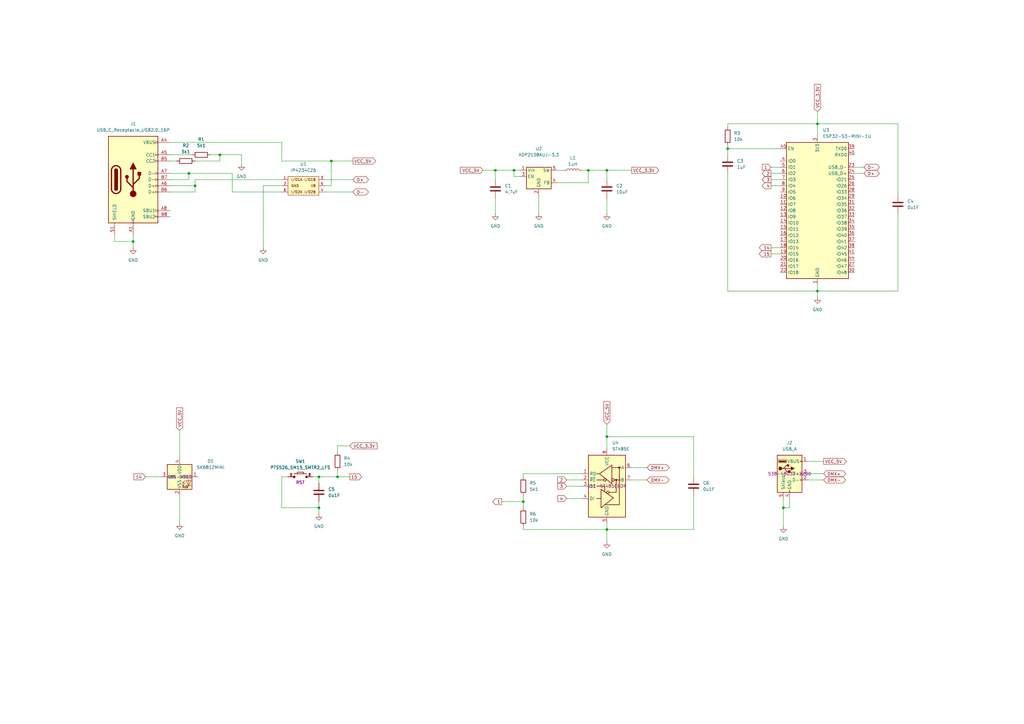
<source format=kicad_sch>
(kicad_sch (version 20250114) (generator "eeschema") (generator_version "9.0")
  (paper "A3")
  (title_block (title "USB-DMX") (rev "1") (company "Author: Samuel Hafen"))
  (lib_symbols
    (symbol "Connector:USB_A" (pin_names (offset 1.016))
      (property "Reference" "J" (at -5.08 11.43 0))
      (property "Value" "USB_A" (at -5.08 8.89 0))
      (symbol "USB_A_0_1"
        (rectangle (start -5.08 -7.62) (end 5.08 7.62) (stroke (width 0.254)) (fill (type background)))
        (circle (center -3.81 2.159) (radius 0.635) (stroke (width 0.254)) (fill (type outline)))
        (polyline (pts (xy -3.175 2.159) (xy -2.54 2.159) (xy -1.27 3.429) (xy -0.635 3.429)) (stroke (width 0.254)))
        (polyline (pts (xy -2.54 2.159) (xy -1.905 2.159) (xy -1.27 0.889) (xy 0 0.889)) (stroke (width 0.254)))
        (rectangle (start -1.524 4.826) (end -4.318 5.334) (fill (type outline)))
        (rectangle (start -1.27 4.572) (end -4.572 5.842))
        (circle (center -0.635 3.429) (radius 0.381) (stroke (width 0.254)) (fill (type outline)))
        (rectangle (start -0.127 -7.62) (end 0.127 -6.858))
        (rectangle (start 0.254 1.27) (end -0.508 0.508) (stroke (width 0.254)) (fill (type outline)))
        (polyline (pts (xy 0.635 2.794) (xy 0.635 1.524) (xy 1.905 2.159) (xy 0.635 2.794)) (stroke (width 0.254)) (fill (type outline)))
        (rectangle (start 5.08 4.953) (end 4.318 5.207))
        (rectangle (start 5.08 -0.127) (end 4.318 0.127))
        (rectangle (start 5.08 -2.667) (end 4.318 -2.413))
      )
      (symbol "USB_A_1_1"
        (polyline (pts (xy -1.905 2.159) (xy 0.635 2.159)) (stroke (width 0.254)))
        (pin passive line (at -2.54 -10.16 90) (length 2.54) (name "Shield") (number "5"))
        (pin power_in line (at 0 -10.16 90) (length 2.54) (name "GND") (number "4"))
        (pin power_in line (at 7.62 5.08 180) (length 2.54) (name "VBUS") (number "1"))
        (pin bidirectional line (at 7.62 0 180) (length 2.54) (name "D+") (number "3"))
        (pin bidirectional line (at 7.62 -2.54 180) (length 2.54) (name "D-") (number "2"))
      )
    )
    (symbol "Connector:USB_C_Receptacle_USB2.0_16P" (pin_names (offset 1.016))
      (property "Reference" "J" (at 0 22.225 0))
      (property "Value" "USB_C_Receptacle_USB2.0_16P" (at 0 19.685 0))
      (symbol "USB_C_Receptacle_USB2.0_16P_0_0"
        (rectangle (start -0.254 -17.78) (end 0.254 -16.764))
        (rectangle (start 10.16 15.494) (end 9.144 14.986))
        (rectangle (start 10.16 10.414) (end 9.144 9.906))
        (rectangle (start 10.16 7.874) (end 9.144 7.366))
        (rectangle (start 10.16 2.794) (end 9.144 2.286))
        (rectangle (start 10.16 0.254) (end 9.144 -0.254))
        (rectangle (start 10.16 -2.286) (end 9.144 -2.794))
        (rectangle (start 10.16 -4.826) (end 9.144 -5.334))
        (rectangle (start 10.16 -12.446) (end 9.144 -12.954))
        (rectangle (start 10.16 -14.986) (end 9.144 -15.494))
      )
      (symbol "USB_C_Receptacle_USB2.0_16P_0_1"
        (rectangle (start -10.16 17.78) (end 10.16 -17.78) (stroke (width 0.254)) (fill (type background)))
        (polyline (pts (xy -8.89 -3.81) (xy -8.89 3.81)) (stroke (width 0.508)))
        (rectangle (start -7.62 -3.81) (end -6.35 3.81) (stroke (width 0.254)) (fill (type outline)))
        (arc (start -7.62 3.81) (mid -6.985 4.4423) (end -6.35 3.81) (stroke (width 0.254)))
        (arc (start -7.62 3.81) (mid -6.985 4.4423) (end -6.35 3.81) (stroke (width 0.254)) (fill (type outline)))
        (arc (start -8.89 3.81) (mid -6.985 5.7067) (end -5.08 3.81) (stroke (width 0.508)))
        (arc (start -5.08 -3.81) (mid -6.985 -5.7067) (end -8.89 -3.81) (stroke (width 0.508)))
        (arc (start -6.35 -3.81) (mid -6.985 -4.4423) (end -7.62 -3.81) (stroke (width 0.254)))
        (arc (start -6.35 -3.81) (mid -6.985 -4.4423) (end -7.62 -3.81) (stroke (width 0.254)) (fill (type outline)))
        (polyline (pts (xy -5.08 3.81) (xy -5.08 -3.81)) (stroke (width 0.508)))
        (circle (center -2.54 1.143) (radius 0.635) (stroke (width 0.254)) (fill (type outline)))
        (polyline (pts (xy -1.27 4.318) (xy 0 6.858) (xy 1.27 4.318) (xy -1.27 4.318)) (stroke (width 0.254)) (fill (type outline)))
        (polyline (pts (xy 0 -2.032) (xy 2.54 0.508) (xy 2.54 1.778)) (stroke (width 0.508)))
        (polyline (pts (xy 0 -3.302) (xy -2.54 -0.762) (xy -2.54 0.508)) (stroke (width 0.508)))
        (polyline (pts (xy 0 -5.842) (xy 0 4.318)) (stroke (width 0.508)))
        (circle (center 0 -5.842) (radius 1.27) (fill (type outline)))
        (rectangle (start 1.905 1.778) (end 3.175 3.048) (stroke (width 0.254)) (fill (type outline)))
      )
      (symbol "USB_C_Receptacle_USB2.0_16P_1_1"
        (pin passive line (at -7.62 -22.86 90) (length 5.08) (name "SHIELD") (number "S1"))
        (pin passive line (at 0 -22.86 90) (length 5.08) (name "GND") (number "A1"))
        (pin passive line (at 0 -22.86 90) (length 5.08) (hide yes) (name "GND") (number "A12"))
        (pin passive line (at 0 -22.86 90) (length 5.08) (hide yes) (name "GND") (number "B1"))
        (pin passive line (at 0 -22.86 90) (length 5.08) (hide yes) (name "GND") (number "B12"))
        (pin passive line (at 15.24 15.24 180) (length 5.08) (name "VBUS") (number "A4"))
        (pin passive line (at 15.24 15.24 180) (length 5.08) (hide yes) (name "VBUS") (number "A9"))
        (pin passive line (at 15.24 15.24 180) (length 5.08) (hide yes) (name "VBUS") (number "B4"))
        (pin passive line (at 15.24 15.24 180) (length 5.08) (hide yes) (name "VBUS") (number "B9"))
        (pin bidirectional line (at 15.24 10.16 180) (length 5.08) (name "CC1") (number "A5"))
        (pin bidirectional line (at 15.24 7.62 180) (length 5.08) (name "CC2") (number "B5"))
        (pin bidirectional line (at 15.24 2.54 180) (length 5.08) (name "D-") (number "A7"))
        (pin bidirectional line (at 15.24 0 180) (length 5.08) (name "D-") (number "B7"))
        (pin bidirectional line (at 15.24 -2.54 180) (length 5.08) (name "D+") (number "A6"))
        (pin bidirectional line (at 15.24 -5.08 180) (length 5.08) (name "D+") (number "B6"))
        (pin bidirectional line (at 15.24 -12.7 180) (length 5.08) (name "SBU1") (number "A8"))
        (pin bidirectional line (at 15.24 -15.24 180) (length 5.08) (name "SBU2") (number "B8"))
      )
    )
    (symbol "Device:C" (pin_numbers (hide yes)) (pin_names (offset 0.254))
      (property "Reference" "C" (at 0.635 2.54 0))
      (property "Value" "C" (at 0.635 -2.54 0))
      (symbol "C_0_1"
        (polyline (pts (xy -2.032 0.762) (xy 2.032 0.762)) (stroke (width 0.508)))
        (polyline (pts (xy -2.032 -0.762) (xy 2.032 -0.762)) (stroke (width 0.508)))
      )
      (symbol "C_1_1"
        (pin passive line (at 0 3.81 270) (length 2.794) (name "~") (number "1"))
        (pin passive line (at 0 -3.81 90) (length 2.794) (name "~") (number "2"))
      )
    )
    (symbol "Device:L" (pin_numbers (hide yes)) (pin_names (offset 1.016) (hide yes))
      (property "Reference" "L" (at -1.27 0 90))
      (property "Value" "L" (at 1.905 0 90))
      (symbol "L_0_1"
        (arc (start 0 2.54) (mid 0.6323 1.905) (end 0 1.27))
        (arc (start 0 1.27) (mid 0.6323 0.635) (end 0 0))
        (arc (start 0 0) (mid 0.6323 -0.635) (end 0 -1.27))
        (arc (start 0 -1.27) (mid 0.6323 -1.905) (end 0 -2.54))
      )
      (symbol "L_1_1"
        (pin passive line (at 0 3.81 270) (length 1.27) (name "1") (number "1"))
        (pin passive line (at 0 -3.81 90) (length 1.27) (name "2") (number "2"))
      )
    )
    (symbol "Device:R" (pin_numbers (hide yes)) (pin_names (offset 0))
      (property "Reference" "R" (at 2.032 0 90))
      (property "Value" "R" (at 0 0 90))
      (symbol "R_0_1"
        (rectangle (start -1.016 -2.54) (end 1.016 2.54) (stroke (width 0.254)))
      )
      (symbol "R_1_1"
        (pin passive line (at 0 3.81 270) (length 1.27) (name "~") (number "1"))
        (pin passive line (at 0 -3.81 90) (length 1.27) (name "~") (number "2"))
      )
    )
    (symbol "IP4234CZ6:IP4234CZ6" (pin_names (offset 1.016))
      (property "Reference" "U" (at 0 5.08 0))
      (property "Value" "IP4234CZ6" (at 0 2.54 0))
      (symbol "IP4234CZ6_0_0"
        (rectangle (start 0 -6.35) (end 12.7 1.27) (stroke (width 0.1524)) (fill (type background)))
        (text "I/O1A" (at 1.27 0 0) (effects (font (size 1.016 1.016)) (justify left)))
        (text "GND" (at 1.27 -2.54 0) (effects (font (size 1.016 1.016)) (justify left)))
        (text "I/O2A" (at 1.27 -5.08 0) (effects (font (size 1.016 1.016)) (justify left)))
        (text "I/O1B" (at 11.43 0 0) (effects (font (size 1.016 1.016)) (justify right)))
        (text "VB" (at 11.43 -2.54 0) (effects (font (size 1.016 1.016)) (justify right)))
        (text "I/O2B" (at 11.43 -5.08 0) (effects (font (size 1.016 1.016)) (justify right)))
        (pin bidirectional line (at -2.54 0 0) (length 2.54) (name "~") (number "1"))
        (pin bidirectional line (at -2.54 -2.54 0) (length 2.54) (name "~") (number "2"))
        (pin bidirectional line (at -2.54 -5.08 0) (length 2.54) (name "~") (number "6"))
        (pin bidirectional line (at 15.24 0 180) (length 2.54) (name "~") (number "3"))
        (pin bidirectional line (at 15.24 -2.54 180) (length 2.54) (name "~") (number "5"))
        (pin bidirectional line (at 15.24 -5.08 180) (length 2.54) (name "~") (number "4"))
      )
    )
    (symbol "Interface_UART:ST485E"
      (property "Reference" "U" (at -6.985 13.97 0))
      (property "Value" "ST485E" (at 2.54 13.97 0))
      (symbol "ST485E_0_1"
        (rectangle (start -7.62 12.7) (end 7.62 -12.7) (stroke (width 0.254)) (fill (type background)))
        (polyline (pts (xy -4.191 2.54) (xy -1.27 2.54)) (stroke (width 0.254)))
        (polyline (pts (xy -4.191 0) (xy -0.889 0) (xy -0.889 -2.286)) (stroke (width 0.254)))
        (polyline (pts (xy -3.175 5.08) (xy -4.191 5.08) (xy -4.064 5.08)) (stroke (width 0.254)))
        (polyline (pts (xy -2.54 -5.08) (xy -4.191 -5.08)) (stroke (width 0.254)))
        (polyline (pts (xy -2.413 -5.08) (xy -2.413 -1.27) (xy 2.667 -4.826) (xy -2.413 -8.89) (xy -2.413 -5.08)) (stroke (width 0.254)))
        (polyline (pts (xy -0.635 -7.62) (xy 5.08 -7.62)) (stroke (width 0.254)))
        (circle (center 0.381 -2.54) (radius 0.508) (stroke (width 0.254)))
        (polyline (pts (xy 0.889 -2.54) (xy 3.81 -2.54)) (stroke (width 0.254)))
        (polyline (pts (xy 2.032 7.62) (xy 5.715 7.62)) (stroke (width 0.254)))
        (polyline (pts (xy 3.048 2.54) (xy 5.715 2.54)) (stroke (width 0.254)))
        (circle (center 3.81 2.54) (radius 0.2794) (stroke (width 0.254)) (fill (type outline)))
        (polyline (pts (xy 3.81 -2.54) (xy 3.81 2.54)) (stroke (width 0.254)))
        (polyline (pts (xy 5.08 -7.62) (xy 5.08 7.62)) (stroke (width 0.254)))
      )
      (symbol "ST485E_1_1"
        (circle (center -0.762 2.54) (radius 0.508) (stroke (width 0.254)))
        (polyline (pts (xy 2.032 4.826) (xy 2.032 8.636) (xy -3.048 5.08) (xy 2.032 1.016) (xy 2.032 4.826)) (stroke (width 0.254)))
        (circle (center 2.54 2.54) (radius 0.508) (stroke (width 0.254)))
        (circle (center 5.08 7.62) (radius 0.2794) (stroke (width 0.254)) (fill (type outline)))
        (pin output line (at -10.16 5.08 0) (length 2.54) (name "RO") (number "1"))
        (pin input line (at -10.16 2.54 0) (length 2.54) (name "~{RE}") (number "2"))
        (pin input line (at -10.16 0 0) (length 2.54) (name "DE") (number "3"))
        (pin input line (at -10.16 -5.08 0) (length 2.54) (name "DI") (number "4"))
        (pin power_in line (at 0 15.24 270) (length 2.54) (name "VCC") (number "8"))
        (pin power_in line (at 0 -15.24 90) (length 2.54) (name "GND") (number "5"))
        (pin bidirectional line (at 10.16 7.62 180) (length 2.54) (name "A") (number "6"))
        (pin bidirectional line (at 10.16 2.54 180) (length 2.54) (name "B") (number "7"))
      )
    )
    (symbol "LED:SK6812MINI" (pin_names (offset 0.254))
      (property "Reference" "D" (at 5.08 5.715 0))
      (property "Value" "SK6812MINI" (at 1.27 -5.715 0))
      (symbol "SK6812MINI_0_0"
        (text "RGB" (at 2.286 -4.191 0) (effects (font (size 0.762 0.762))))
      )
      (symbol "SK6812MINI_0_1"
        (polyline (pts (xy 1.27 -2.54) (xy 1.778 -2.54)))
        (polyline (pts (xy 1.27 -3.556) (xy 1.778 -3.556)))
        (polyline (pts (xy 2.286 -1.524) (xy 1.27 -2.54) (xy 1.27 -2.032)))
        (polyline (pts (xy 2.286 -2.54) (xy 1.27 -3.556) (xy 1.27 -3.048)))
        (polyline (pts (xy 3.683 -1.016) (xy 3.683 -3.556) (xy 3.683 -4.064)))
        (polyline (pts (xy 4.699 -1.524) (xy 2.667 -1.524) (xy 3.683 -3.556) (xy 4.699 -1.524)))
        (polyline (pts (xy 4.699 -3.556) (xy 2.667 -3.556)))
        (rectangle (start 5.08 5.08) (end -5.08 -5.08) (stroke (width 0.254)) (fill (type background)))
      )
      (symbol "SK6812MINI_1_1"
        (pin input line (at -7.62 0 0) (length 2.54) (name "DIN") (number "3"))
        (pin power_in line (at 0 7.62 270) (length 2.54) (name "VDD") (number "4"))
        (pin power_in line (at 0 -7.62 90) (length 2.54) (name "VSS") (number "2"))
        (pin output line (at 7.62 0 180) (length 2.54) (name "DOUT") (number "1"))
      )
    )
    (symbol "PTS526_SM15_SMTR2_LFS:PTS526_SM15_SMTR2_LFS" (pin_names (offset 1.016))
      (property "Reference" "SW" (at -2.54 2.54 0))
      (property "Value" "PTS526_SM15_SMTR2_LFS" (at -2.54 -2.54 0))
      (symbol "PTS526_SM15_SMTR2_LFS_0_0"
        (polyline (pts (xy -2.54 1.27) (xy -1.27 1.27)) (stroke (width 0.254)))
        (circle (center -2.54 0) (radius 0.127) (stroke (width 0.4064)))
        (polyline (pts (xy -1.27 1.905) (xy -1.27 1.27)) (stroke (width 0.254)))
        (polyline (pts (xy -1.27 1.905) (xy 1.27 1.905)) (stroke (width 0.254)))
        (polyline (pts (xy -1.27 1.27) (xy 1.27 1.27)) (stroke (width 0.254)))
        (polyline (pts (xy 1.27 1.905) (xy 1.27 1.27)) (stroke (width 0.254)))
        (polyline (pts (xy 1.27 1.27) (xy 2.54 1.27)) (stroke (width 0.254)))
        (circle (center 2.54 0) (radius 0.127) (stroke (width 0.4064)))
        (pin passive line (at -5.08 0 0) (length 2.54) (name "~") (number "1"))
        (pin passive line (at -5.08 0 0) (length 2.54) (name "~") (number "2"))
        (pin passive line (at 5.08 0 180) (length 2.54) (name "~") (number "3"))
        (pin passive line (at 5.08 0 180) (length 2.54) (name "~") (number "4"))
      )
    )
    (symbol "RF_Module:ESP32-S3-MINI-1U"
      (property "Reference" "U" (at -11.43 29.21 0))
      (property "Value" "ESP32-S3-MINI-1U" (at 12.7 29.21 0))
      (symbol "ESP32-S3-MINI-1U_0_1"
        (rectangle (start -12.7 27.94) (end 12.7 -27.94) (stroke (width 0.254)) (fill (type background)))
      )
      (symbol "ESP32-S3-MINI-1U_1_1"
        (pin input line (at -15.24 25.4 0) (length 2.54) (name "EN") (number "45"))
        (pin bidirectional line (at -15.24 20.32 0) (length 2.54) (name "IO0") (number "4"))
        (pin bidirectional line (at -15.24 17.78 0) (length 2.54) (name "IO1") (number "5"))
        (pin bidirectional line (at -15.24 15.24 0) (length 2.54) (name "IO2") (number "6"))
        (pin bidirectional line (at -15.24 12.7 0) (length 2.54) (name "IO3") (number "7"))
        (pin bidirectional line (at -15.24 10.16 0) (length 2.54) (name "IO4") (number "8"))
        (pin bidirectional line (at -15.24 7.62 0) (length 2.54) (name "IO5") (number "9"))
        (pin bidirectional line (at -15.24 5.08 0) (length 2.54) (name "IO6") (number "10"))
        (pin bidirectional line (at -15.24 2.54 0) (length 2.54) (name "IO7") (number "11"))
        (pin bidirectional line (at -15.24 0 0) (length 2.54) (name "IO8") (number "12"))
        (pin bidirectional line (at -15.24 -2.54 0) (length 2.54) (name "IO9") (number "13"))
        (pin bidirectional line (at -15.24 -5.08 0) (length 2.54) (name "IO10") (number "14"))
        (pin bidirectional line (at -15.24 -7.62 0) (length 2.54) (name "IO11") (number "15"))
        (pin bidirectional line (at -15.24 -10.16 0) (length 2.54) (name "IO12") (number "16"))
        (pin bidirectional line (at -15.24 -12.7 0) (length 2.54) (name "IO13") (number "17"))
        (pin bidirectional line (at -15.24 -15.24 0) (length 2.54) (name "IO14") (number "18"))
        (pin bidirectional line (at -15.24 -17.78 0) (length 2.54) (name "IO15") (number "19"))
        (pin bidirectional line (at -15.24 -20.32 0) (length 2.54) (name "IO16") (number "20"))
        (pin bidirectional line (at -15.24 -22.86 0) (length 2.54) (name "IO17") (number "21"))
        (pin bidirectional line (at -15.24 -25.4 0) (length 2.54) (name "IO18") (number "22"))
        (pin power_in line (at 0 30.48 270) (length 2.54) (name "3V3") (number "3"))
        (pin power_in line (at 0 -30.48 90) (length 2.54) (name "GND") (number "1"))
        (pin passive line (at 0 -30.48 90) (length 2.54) (hide yes) (name "GND") (number "2"))
        (pin passive line (at 0 -30.48 90) (length 2.54) (hide yes) (name "GND") (number "42"))
        (pin passive line (at 0 -30.48 90) (length 2.54) (hide yes) (name "GND") (number "43"))
        (pin passive line (at 0 -30.48 90) (length 2.54) (hide yes) (name "GND") (number "46"))
        (pin passive line (at 0 -30.48 90) (length 2.54) (hide yes) (name "GND") (number "47"))
        (pin passive line (at 0 -30.48 90) (length 2.54) (hide yes) (name "GND") (number "48"))
        (pin passive line (at 0 -30.48 90) (length 2.54) (hide yes) (name "GND") (number "49"))
        (pin passive line (at 0 -30.48 90) (length 2.54) (hide yes) (name "GND") (number "50"))
        (pin passive line (at 0 -30.48 90) (length 2.54) (hide yes) (name "GND") (number "51"))
        (pin passive line (at 0 -30.48 90) (length 2.54) (hide yes) (name "GND") (number "52"))
        (pin passive line (at 0 -30.48 90) (length 2.54) (hide yes) (name "GND") (number "53"))
        (pin passive line (at 0 -30.48 90) (length 2.54) (hide yes) (name "GND") (number "54"))
        (pin passive line (at 0 -30.48 90) (length 2.54) (hide yes) (name "GND") (number "55"))
        (pin passive line (at 0 -30.48 90) (length 2.54) (hide yes) (name "GND") (number "56"))
        (pin passive line (at 0 -30.48 90) (length 2.54) (hide yes) (name "GND") (number "57"))
        (pin passive line (at 0 -30.48 90) (length 2.54) (hide yes) (name "GND") (number "58"))
        (pin passive line (at 0 -30.48 90) (length 2.54) (hide yes) (name "GND") (number "59"))
        (pin passive line (at 0 -30.48 90) (length 2.54) (hide yes) (name "GND") (number "60"))
        (pin passive line (at 0 -30.48 90) (length 2.54) (hide yes) (name "GND") (number "61"))
        (pin passive line (at 0 -30.48 90) (length 2.54) (hide yes) (name "GND") (number "62"))
        (pin passive line (at 0 -30.48 90) (length 2.54) (hide yes) (name "GND") (number "63"))
        (pin passive line (at 0 -30.48 90) (length 2.54) (hide yes) (name "GND") (number "64"))
        (pin passive line (at 0 -30.48 90) (length 2.54) (hide yes) (name "GND") (number "65"))
        (pin bidirectional line (at 15.24 25.4 180) (length 2.54) (name "TXD0") (number "39"))
        (pin bidirectional line (at 15.24 22.86 180) (length 2.54) (name "RXD0") (number "40"))
        (pin bidirectional line (at 15.24 17.78 180) (length 2.54) (name "USB_D-") (number "23"))
        (pin bidirectional line (at 15.24 15.24 180) (length 2.54) (name "USB_D+") (number "24"))
        (pin bidirectional line (at 15.24 12.7 180) (length 2.54) (name "IO21") (number "25"))
        (pin bidirectional line (at 15.24 10.16 180) (length 2.54) (name "IO26") (number "26"))
        (pin bidirectional line (at 15.24 7.62 180) (length 2.54) (name "IO33") (number "28"))
        (pin bidirectional line (at 15.24 5.08 180) (length 2.54) (name "IO34") (number "29"))
        (pin bidirectional line (at 15.24 2.54 180) (length 2.54) (name "IO35") (number "31"))
        (pin bidirectional line (at 15.24 0 180) (length 2.54) (name "IO36") (number "32"))
        (pin bidirectional line (at 15.24 -2.54 180) (length 2.54) (name "IO37") (number "33"))
        (pin bidirectional line (at 15.24 -5.08 180) (length 2.54) (name "IO38") (number "34"))
        (pin bidirectional line (at 15.24 -7.62 180) (length 2.54) (name "IO39") (number "35"))
        (pin bidirectional line (at 15.24 -10.16 180) (length 2.54) (name "IO40") (number "36"))
        (pin bidirectional line (at 15.24 -12.7 180) (length 2.54) (name "IO41") (number "37"))
        (pin bidirectional line (at 15.24 -15.24 180) (length 2.54) (name "IO42") (number "38"))
        (pin bidirectional line (at 15.24 -17.78 180) (length 2.54) (name "IO45") (number "41"))
        (pin bidirectional line (at 15.24 -20.32 180) (length 2.54) (name "IO46") (number "44"))
        (pin bidirectional line (at 15.24 -22.86 180) (length 2.54) (name "IO47") (number "27"))
        (pin bidirectional line (at 15.24 -25.4 180) (length 2.54) (name "IO48") (number "30"))
      )
    )
    (symbol "Regulator_Switching:ADP2108AUJ-3.3"
      (property "Reference" "U" (at -5.08 5.08 0))
      (property "Value" "ADP2108AUJ-3.3" (at 0 5.08 0))
      (symbol "ADP2108AUJ-3.3_0_1"
        (rectangle (start -5.08 3.81) (end 5.08 -5.08) (stroke (width 0.254)) (fill (type background)))
      )
      (symbol "ADP2108AUJ-3.3_1_1"
        (pin power_in line (at -7.62 2.54 0) (length 2.54) (name "Vin") (number "1"))
        (pin input line (at -7.62 0 0) (length 2.54) (name "EN") (number "3"))
        (pin power_in line (at 0 -7.62 90) (length 2.54) (name "GND") (number "2"))
        (pin input line (at 7.62 2.54 180) (length 2.54) (name "SW") (number "5"))
        (pin input line (at 7.62 -2.54 180) (length 2.54) (name "FB") (number "4"))
      )
    )
    (symbol "power:GND" (power) (pin_numbers (hide yes)) (pin_names (offset 0) (hide yes))
      (property "Value" "GND" (at 0 -3.81 0))
      (symbol "GND_0_1"
        (polyline (pts (xy 0 0) (xy 0 -1.27) (xy 1.27 -1.27) (xy 0 -2.54) (xy -1.27 -1.27) (xy 0 -1.27)))
      )
      (symbol "GND_1_1"
        (pin power_in line (at 0 0 270) (length 0) (name "~") (number "1"))
      )
    )
  )
  (junction (at 203.2 69.85))
  (junction (at 335.28 50.8))
  (junction (at 90.17 63.5))
  (junction (at 214.63 205.74))
  (junction (at 321.31 208.28))
  (junction (at 298.45 60.96))
  (junction (at 135.89 66.04))
  (junction (at 77.47 71.12))
  (junction (at 210.82 69.85))
  (junction (at 248.92 69.85))
  (junction (at 248.92 179.07))
  (junction (at 130.81 195.58))
  (junction (at 248.92 217.17))
  (junction (at 130.81 208.28))
  (junction (at 335.28 119.38))
  (junction (at 138.43 195.58))
  (junction (at 54.61 99.06))
  (junction (at 241.3 69.85))
  (junction (at 80.01 76.2))
  (wire (pts (xy 133.35 76.2) (xy 135.89 76.2)))
  (wire (pts (xy 69.85 66.04) (xy 72.39 66.04)))
  (wire (pts (xy 95.25 71.12) (xy 95.25 78.74)))
  (wire (pts (xy 331.47 189.23) (xy 337.82 189.23)))
  (wire (pts (xy 214.63 195.58) (xy 214.63 194.31)))
  (wire (pts (xy 80.01 78.74) (xy 69.85 78.74)))
  (wire (pts (xy 316.23 71.12) (xy 320.04 71.12)))
  (wire (pts (xy 135.89 76.2) (xy 135.89 66.04)))
  (wire (pts (xy 323.85 204.47) (xy 323.85 208.28)))
  (wire (pts (xy 248.92 69.85) (xy 259.08 69.85)))
  (wire (pts (xy 115.57 66.04) (xy 115.57 58.42)))
  (wire (pts (xy 248.92 81.28) (xy 248.92 87.63)))
  (wire (pts (xy 135.89 66.04) (xy 144.78 66.04)))
  (wire (pts (xy 298.45 50.8) (xy 298.45 52.07)))
  (wire (pts (xy 284.48 217.17) (xy 248.92 217.17)))
  (wire (pts (xy 69.85 63.5) (xy 78.74 63.5)))
  (wire (pts (xy 331.47 196.85) (xy 337.82 196.85)))
  (wire (pts (xy 210.82 69.85) (xy 210.82 72.39)))
  (wire (pts (xy 143.51 182.88) (xy 138.43 182.88)))
  (wire (pts (xy 238.76 69.85) (xy 241.3 69.85)))
  (wire (pts (xy 80.01 73.66) (xy 115.57 73.66)))
  (wire (pts (xy 368.3 119.38) (xy 335.28 119.38)))
  (wire (pts (xy 130.81 208.28) (xy 130.81 210.82)))
  (wire (pts (xy 220.98 80.01) (xy 220.98 87.63)))
  (wire (pts (xy 138.43 193.04) (xy 138.43 195.58)))
  (wire (pts (xy 213.36 72.39) (xy 210.82 72.39)))
  (wire (pts (xy 248.92 217.17) (xy 248.92 222.25)))
  (wire (pts (xy 321.31 208.28) (xy 321.31 215.9)))
  (wire (pts (xy 210.82 69.85) (xy 213.36 69.85)))
  (wire (pts (xy 99.06 67.31) (xy 99.06 63.5)))
  (wire (pts (xy 115.57 76.2) (xy 107.95 76.2)))
  (wire (pts (xy 69.85 76.2) (xy 80.01 76.2)))
  (wire (pts (xy 368.3 87.63) (xy 368.3 119.38)))
  (wire (pts (xy 214.63 217.17) (xy 248.92 217.17)))
  (wire (pts (xy 232.41 204.47) (xy 238.76 204.47)))
  (wire (pts (xy 118.11 195.58) (xy 115.57 195.58)))
  (wire (pts (xy 214.63 203.2) (xy 214.63 205.74)))
  (wire (pts (xy 350.52 71.12) (xy 354.33 71.12)))
  (wire (pts (xy 335.28 119.38) (xy 335.28 121.92)))
  (wire (pts (xy 335.28 50.8) (xy 335.28 55.88)))
  (wire (pts (xy 130.81 198.12) (xy 130.81 195.58)))
  (wire (pts (xy 115.57 195.58) (xy 115.57 208.28)))
  (wire (pts (xy 298.45 60.96) (xy 298.45 59.69)))
  (wire (pts (xy 95.25 78.74) (xy 115.57 78.74)))
  (wire (pts (xy 320.04 60.96) (xy 298.45 60.96)))
  (wire (pts (xy 80.01 66.04) (xy 90.17 66.04)))
  (wire (pts (xy 107.95 76.2) (xy 107.95 101.6)))
  (wire (pts (xy 73.66 176.53) (xy 73.66 187.96)))
  (wire (pts (xy 90.17 66.04) (xy 90.17 63.5)))
  (wire (pts (xy 298.45 60.96) (xy 298.45 63.5)))
  (wire (pts (xy 86.36 63.5) (xy 90.17 63.5)))
  (wire (pts (xy 323.85 208.28) (xy 321.31 208.28)))
  (wire (pts (xy 248.92 214.63) (xy 248.92 217.17)))
  (wire (pts (xy 203.2 69.85) (xy 210.82 69.85)))
  (wire (pts (xy 133.35 78.74) (xy 144.78 78.74)))
  (wire (pts (xy 198.12 69.85) (xy 203.2 69.85)))
  (wire (pts (xy 77.47 71.12) (xy 69.85 71.12)))
  (wire (pts (xy 241.3 69.85) (xy 248.92 69.85)))
  (wire (pts (xy 59.69 195.58) (xy 66.04 195.58)))
  (wire (pts (xy 54.61 96.52) (xy 54.61 99.06)))
  (wire (pts (xy 214.63 215.9) (xy 214.63 217.17)))
  (wire (pts (xy 284.48 179.07) (xy 248.92 179.07)))
  (wire (pts (xy 368.3 80.01) (xy 368.3 50.8)))
  (wire (pts (xy 248.92 179.07) (xy 248.92 184.15)))
  (wire (pts (xy 259.08 191.77) (xy 265.43 191.77)))
  (wire (pts (xy 203.2 81.28) (xy 203.2 87.63)))
  (wire (pts (xy 316.23 68.58) (xy 320.04 68.58)))
  (wire (pts (xy 316.23 104.14) (xy 320.04 104.14)))
  (wire (pts (xy 135.89 66.04) (xy 115.57 66.04)))
  (wire (pts (xy 205.74 205.74) (xy 214.63 205.74)))
  (wire (pts (xy 77.47 71.12) (xy 77.47 73.66)))
  (wire (pts (xy 350.52 68.58) (xy 354.33 68.58)))
  (wire (pts (xy 228.6 74.93) (xy 241.3 74.93)))
  (wire (pts (xy 335.28 116.84) (xy 335.28 119.38)))
  (wire (pts (xy 214.63 194.31) (xy 238.76 194.31)))
  (wire (pts (xy 248.92 173.99) (xy 248.92 179.07)))
  (wire (pts (xy 321.31 204.47) (xy 321.31 208.28)))
  (wire (pts (xy 284.48 203.2) (xy 284.48 217.17)))
  (wire (pts (xy 228.6 69.85) (xy 231.14 69.85)))
  (wire (pts (xy 138.43 195.58) (xy 143.51 195.58)))
  (wire (pts (xy 46.99 99.06) (xy 54.61 99.06)))
  (wire (pts (xy 80.01 73.66) (xy 80.01 76.2)))
  (wire (pts (xy 99.06 63.5) (xy 90.17 63.5)))
  (wire (pts (xy 232.41 199.39) (xy 238.76 199.39)))
  (wire (pts (xy 241.3 69.85) (xy 241.3 74.93)))
  (wire (pts (xy 214.63 205.74) (xy 214.63 208.28)))
  (wire (pts (xy 203.2 69.85) (xy 203.2 73.66)))
  (wire (pts (xy 46.99 96.52) (xy 46.99 99.06)))
  (wire (pts (xy 133.35 73.66) (xy 144.78 73.66)))
  (wire (pts (xy 316.23 76.2) (xy 320.04 76.2)))
  (wire (pts (xy 316.23 101.6) (xy 320.04 101.6)))
  (wire (pts (xy 298.45 119.38) (xy 335.28 119.38)))
  (wire (pts (xy 259.08 196.85) (xy 265.43 196.85)))
  (wire (pts (xy 316.23 73.66) (xy 320.04 73.66)))
  (wire (pts (xy 298.45 50.8) (xy 335.28 50.8)))
  (wire (pts (xy 115.57 208.28) (xy 130.81 208.28)))
  (wire (pts (xy 80.01 76.2) (xy 80.01 78.74)))
  (wire (pts (xy 335.28 45.72) (xy 335.28 50.8)))
  (wire (pts (xy 130.81 195.58) (xy 138.43 195.58)))
  (wire (pts (xy 130.81 205.74) (xy 130.81 208.28)))
  (wire (pts (xy 73.66 203.2) (xy 73.66 214.63)))
  (wire (pts (xy 77.47 71.12) (xy 95.25 71.12)))
  (wire (pts (xy 54.61 99.06) (xy 54.61 101.6)))
  (wire (pts (xy 248.92 69.85) (xy 248.92 73.66)))
  (wire (pts (xy 138.43 182.88) (xy 138.43 185.42)))
  (wire (pts (xy 130.81 195.58) (xy 128.27 195.58)))
  (wire (pts (xy 298.45 71.12) (xy 298.45 119.38)))
  (wire (pts (xy 368.3 50.8) (xy 335.28 50.8)))
  (wire (pts (xy 69.85 73.66) (xy 77.47 73.66)))
  (wire (pts (xy 331.47 194.31) (xy 337.82 194.31)))
  (wire (pts (xy 284.48 195.58) (xy 284.48 179.07)))
  (wire (pts (xy 232.41 196.85) (xy 238.76 196.85)))
  (wire (pts (xy 115.57 58.42) (xy 69.85 58.42)))
  (global_label "VCC_5V" (shape input) (at 198.12 69.85 180) (property "Intersheetrefs" "${INTERSHEET_REFS}" (effects (hide yes))))
  (global_label "VCC_3.3V" (shape input) (at 143.51 182.88 0) (property "Intersheetrefs" "${INTERSHEET_REFS}" (effects (hide yes))))
  (global_label "4" (shape output) (at 316.23 76.2 180) (property "Intersheetrefs" "${INTERSHEET_REFS}" (effects (hide yes))))
  (global_label "VCC_5V" (shape output) (at 144.78 66.04 0) (property "Intersheetrefs" "${INTERSHEET_REFS}" (effects (hide yes))))
  (global_label "4" (shape input) (at 232.41 204.47 180) (property "Intersheetrefs" "${INTERSHEET_REFS}" (effects (hide yes))))
  (global_label "VCC_5V" (shape input) (at 248.92 173.99 90) (property "Intersheetrefs" "${INTERSHEET_REFS}" (effects (hide yes))))
  (global_label "1" (shape output) (at 205.74 205.74 180) (property "Intersheetrefs" "${INTERSHEET_REFS}" (effects (hide yes))))
  (global_label "VCC_5V" (shape input) (at 73.66 176.53 90) (property "Intersheetrefs" "${INTERSHEET_REFS}" (effects (hide yes))))
  (global_label "2" (shape output) (at 316.23 71.12 180) (property "Intersheetrefs" "${INTERSHEET_REFS}" (effects (hide yes))))
  (global_label "15" (shape output) (at 143.51 195.58 0) (property "Intersheetrefs" "${INTERSHEET_REFS}" (effects (hide yes))))
  (global_label "14" (shape output) (at 316.23 101.6 180) (property "Intersheetrefs" "${INTERSHEET_REFS}" (effects (hide yes))))
  (global_label "D-" (shape bidirectional) (at 144.78 78.74 0) (property "Intersheetrefs" "${INTERSHEET_REFS}" (effects (hide yes))))
  (global_label "DMX-" (shape bidirectional) (at 265.43 196.85 0) (property "Intersheetrefs" "${INTERSHEET_REFS}" (effects (hide yes))))
  (global_label "DMX+" (shape bidirectional) (at 337.82 194.31 0) (property "Intersheetrefs" "${INTERSHEET_REFS}" (effects (hide yes))))
  (global_label "VCC_5V" (shape output) (at 337.82 189.23 0) (property "Intersheetrefs" "${INTERSHEET_REFS}" (effects (hide yes))))
  (global_label "D+" (shape bidirectional) (at 354.33 71.12 0) (property "Intersheetrefs" "${INTERSHEET_REFS}" (effects (hide yes))))
  (global_label "2" (shape input) (at 232.41 196.85 180) (property "Intersheetrefs" "${INTERSHEET_REFS}" (effects (hide yes))))
  (global_label "DMX+" (shape bidirectional) (at 265.43 191.77 0) (property "Intersheetrefs" "${INTERSHEET_REFS}" (effects (hide yes))))
  (global_label "15" (shape output) (at 316.23 104.14 180) (property "Intersheetrefs" "${INTERSHEET_REFS}" (effects (hide yes))))
  (global_label "DMX-" (shape bidirectional) (at 337.82 196.85 0) (property "Intersheetrefs" "${INTERSHEET_REFS}" (effects (hide yes))))
  (global_label "3" (shape input) (at 232.41 199.39 180) (property "Intersheetrefs" "${INTERSHEET_REFS}" (effects (hide yes))))
  (global_label "D+" (shape bidirectional) (at 144.78 73.66 0) (property "Intersheetrefs" "${INTERSHEET_REFS}" (effects (hide yes))))
  (global_label "14" (shape input) (at 59.69 195.58 180) (property "Intersheetrefs" "${INTERSHEET_REFS}" (effects (hide yes))))
  (global_label "VCC_3.3V" (shape input) (at 335.28 45.72 90) (property "Intersheetrefs" "${INTERSHEET_REFS}" (effects (hide yes))))
  (global_label "1" (shape input) (at 316.23 68.58 180) (property "Intersheetrefs" "${INTERSHEET_REFS}" (effects (hide yes))))
  (global_label "VCC_3.3V" (shape output) (at 259.08 69.85 0) (property "Intersheetrefs" "${INTERSHEET_REFS}" (effects (hide yes))))
  (global_label "3" (shape output) (at 316.23 73.66 180) (property "Intersheetrefs" "${INTERSHEET_REFS}" (effects (hide yes))))
  (global_label "D-" (shape bidirectional) (at 354.33 68.58 0) (property "Intersheetrefs" "${INTERSHEET_REFS}" (effects (hide yes))))
  (symbol (lib_id "Device:R") (at 298.45 55.88 0) (unit 1)
    (property "Reference" "R3" (at 300.99 54.6099 0) (effects (justify left)))
    (property "Value" "10k" (at 300.99 57.1499 0) (effects (justify left)))
    (property "Footprint" "Resistor_SMD:R_0603_1608Metric_Pad0.98x0.95mm_HandSolder" (effects (hide yes)))
    (property "Description" "Resistor" (effects (hide yes)))
    (property "MOUSER_PART_NUMBER" "71-CRCW0603-10K-E3" (effects (hide yes)))
  )
  (symbol (lib_id "Interface_UART:ST485E") (at 248.92 199.39 0) (unit 1)
    (property "Reference" "U4" (at 251.0633 181.61 0) (effects (justify left)))
    (property "Value" "ST485E" (at 251.0633 184.15 0) (effects (justify left)))
    (property "Footprint" "Package_SO:SOIC-8_3.9x4.9mm_P1.27mm" (effects (hide yes)))
    (property "Datasheet" "http://www.st.com/resource/en/datasheet/st485eb.pdf" (effects (hide yes)))
    (property "Description" "Half duplex RS-485/RS-422, 5 Mbps, ±15kV ESD, 5V supply, 256 bus load, SOIC-8" (effects (hide yes)))
    (property "MOUSER_PART_NUMBER" "511-ST485EBDR" (at 248.92 199.39 0))
  )
  (symbol (lib_id "IP4234CZ6:IP4234CZ6") (at 118.11 73.66 0) (unit 1)
    (property "Reference" "U1" (at 124.46 67.31 0))
    (property "Value" "IP4234CZ6" (at 124.46 69.85 0))
    (property "Footprint" "footprints:IP4234CZ6_SOT-457-6" (effects (hide yes)))
    (property "MF" "NXP Semiconductors" (effects (hide yes)))
    (property "Description_1" "ESD Suppressors / TVS Diodes Single USB 2.0 ESD Protection 6-Pin" (effects (hide yes)))
    (property "Package" "SOT-457 Nexperia USA" (effects (hide yes)))
    (property "Price" "None" (effects (hide yes)))
    (property "SnapEDA_Link" "https://www.snapeda.com/parts/IP4234CZ6/NXP+Semiconductors/view-part/?ref=snap" (effects (hide yes)))
    (property "MP" "IP4234CZ6" (effects (hide yes)))
    (property "Availability" "In Stock" (effects (hide yes)))
    (property "Check_prices" "https://www.snapeda.com/parts/IP4234CZ6/NXP+Semiconductors/view-part/?ref=eda" (effects (hide yes)))
    (property "MOUSER_PART_NUMBER" "771-IP4234CZ6" (effects (hide yes)))
  )
  (symbol (lib_id "Device:R") (at 82.55 63.5 90) (unit 1)
    (property "Reference" "R1" (at 82.55 57.15 90))
    (property "Value" "5k1" (at 82.55 59.69 90))
    (property "Footprint" "Resistor_SMD:R_0603_1608Metric_Pad0.98x0.95mm_HandSolder" (effects (hide yes)))
    (property "Description" "Resistor" (effects (hide yes)))
    (property "MOUSER_PART_NUMBER" "71-CRCW0603-5.1K-E3" (effects (hide yes)))
  )
  (symbol (lib_id "power:GND") (at 220.98 87.63 0) (unit 1)
    (property "Reference" "#PWR04" (effects (hide yes)))
    (property "Value" "GND" (at 220.98 92.71 0))
    (property "Description" "Power symbol creates a global label with name \"GND\" , ground" (effects (hide yes)))
  )
  (symbol (lib_id "power:GND") (at 248.92 87.63 0) (unit 1)
    (property "Reference" "#PWR05" (effects (hide yes)))
    (property "Value" "GND" (at 248.92 92.71 0))
    (property "Description" "Power symbol creates a global label with name \"GND\" , ground" (effects (hide yes)))
  )
  (symbol (lib_id "power:GND") (at 73.66 214.63 0) (unit 1)
    (property "Reference" "#PWR012" (effects (hide yes)))
    (property "Value" "GND" (at 73.66 219.71 0))
    (property "Description" "Power symbol creates a global label with name \"GND\" , ground" (effects (hide yes)))
  )
  (symbol (lib_id "Device:C") (at 298.45 67.31 0) (unit 1)
    (property "Reference" "C3" (at 302.26 66.0399 0) (effects (justify left)))
    (property "Value" "1uF" (at 302.26 68.5799 0) (effects (justify left)))
    (property "Footprint" "Capacitor_SMD:C_0603_1608Metric_Pad1.08x0.95mm_HandSolder" (effects (hide yes)))
    (property "Description" "Unpolarized capacitor" (effects (hide yes)))
    (property "MOUSER_PART_NUMBER" "187-CL10B105KA8NNND" (effects (hide yes)))
  )
  (symbol (lib_id "Device:L") (at 234.95 69.85 90) (unit 1)
    (property "Reference" "L1" (at 234.95 64.77 90))
    (property "Value" "1uH" (at 234.95 67.31 90))
    (property "Footprint" "Inductor_SMD:L_0805_2012Metric" (effects (hide yes)))
    (property "Description" "Inductor" (effects (hide yes)))
    (property "MOUSER_PART_NUMBER" "81-LQM21PN1R0MC0D" (effects (hide yes)))
  )
  (symbol (lib_id "RF_Module:ESP32-S3-MINI-1U") (at 335.28 86.36 0) (unit 1)
    (property "Reference" "U3" (at 337.4233 53.34 0) (effects (justify left)))
    (property "Value" "ESP32-S3-MINI-1U" (at 337.4233 55.88 0) (effects (justify left)))
    (property "Footprint" "RF_Module:ESP32-S2-MINI-1U" (effects (hide yes)))
    (property "Datasheet" "https://www.espressif.com/sites/default/files/documentation/esp32-s3-mini-1_mini-1u_datasheet_en.pdf" (effects (hide yes)))
    (property "Description" "RF Module, ESP32-S3 SoC, Wi-Fi 802.11b/g/n, Bluetooth, BLE, 32-bit, 3.3V, SMD, external antenna" (effects (hide yes)))
    (property "MOUSER_PART_NUMBER" "356-ESP32S3MINI1UN8" (effects (hide yes)))
  )
  (symbol (lib_id "power:GND") (at 321.31 215.9 0) (unit 1)
    (property "Reference" "#PWR011" (effects (hide yes)))
    (property "Value" "GND" (at 321.31 220.98 0))
    (property "Description" "Power symbol creates a global label with name \"GND\" , ground" (effects (hide yes)))
  )
  (symbol (lib_id "PTS526_SM15_SMTR2_LFS:PTS526_SM15_SMTR2_LFS") (at 123.19 195.58 0) (unit 1)
    (property "Reference" "SW1" (at 123.19 189.23 0))
    (property "Value" "PTS526_SM15_SMTR2_LFS" (at 123.19 191.77 0))
    (property "Footprint" "footprints:PTS526SM15SMTR2LFS" (effects (hide yes)))
    (property "Description" "RST" (at 123.19 197.866 0))
    (property "MANUFACTURER_NAME" "C & K COMPONENTS" (effects (hide yes)))
    (property "MF" "C&K" (effects (hide yes)))
    (property "MOUSER_PRICE-STOCK" "https://www.mouser.co.uk/ProductDetail/CK/PTS526-SM15-SMTR2-LFS?qs=UXgszm6BlbENivbslIA%252B5g%3D%3D" (effects (hide yes)))
    (property "DESCRIPTION" "Tactile Switches 50mA 12VDC, 5.2x5.2mm, 1.5mm H, 160gf, G leads, No ground pin, metal actuator" (effects (hide yes)))
    (property "MOUSER_PART_NUMBER" "611-PTS526SM15SMTR2L" (effects (hide yes)))
    (property "Price" "None" (effects (hide yes)))
    (property "Package" "None" (effects (hide yes)))
    (property "Check_prices" "https://www.snapeda.com/parts/PTS526%20SM15%20SMTR2%20LFS/C%2526K/view-part/?ref=eda" (effects (hide yes)))
    (property "HEIGHT" "1.5mm" (effects (hide yes)))
    (property "MP" "PTS526 SM15 SMTR2 LFS" (effects (hide yes)))
    (property "SnapEDA_Link" "https://www.snapeda.com/parts/PTS526%20SM15%20SMTR2%20LFS/C%2526K/view-part/?ref=snap" (effects (hide yes)))
    (property "ARROW_PRICE-STOCK" "https://www.arrow.com/en/products/pts526-sm15-smtr2-lfs/ck" (effects (hide yes)))
    (property "ARROW_PART_NUMBER" "PTS526 SM15 SMTR2 LFS" (effects (hide yes)))
    (property "Description_1" "Tactile Switch SPST-NO Top Actuated Surface Mount" (effects (hide yes)))
    (property "Availability" "In Stock" (effects (hide yes)))
    (property "MANUFACTURER_PART_NUMBER" "PTS526 SM15 SMTR2 LFS" (effects (hide yes)))
  )
  (symbol (lib_id "Connector:USB_C_Receptacle_USB2.0_16P") (at 54.61 73.66 0) (unit 1)
    (property "Reference" "J1" (at 54.61 50.8 0))
    (property "Value" "USB_C_Receptacle_USB2.0_16P" (at 54.61 53.34 0))
    (property "Footprint" "Connector_USB:USB_C_Receptacle_GCT_USB4110" (effects (hide yes)))
    (property "Datasheet" "https://www.usb.org/sites/default/files/documents/usb_type-c.zip" (effects (hide yes)))
    (property "Description" "USB 2.0-only 16P Type-C Receptacle connector" (effects (hide yes)))
    (property "MOUSER_PART_NUMBER" "640-USB4110-GF-A" (effects (hide yes)))
  )
  (symbol (lib_id "Device:C") (at 284.48 199.39 0) (unit 1)
    (property "Reference" "C6" (at 288.29 198.1199 0) (effects (justify left)))
    (property "Value" "0u1F" (at 288.29 200.6599 0) (effects (justify left)))
    (property "Footprint" "Capacitor_SMD:C_0603_1608Metric_Pad1.08x0.95mm_HandSolder" (effects (hide yes)))
    (property "Description" "Unpolarized capacitor" (effects (hide yes)))
    (property "MOUSER_PART_NUMBER" "187-CL10B104KA8NNNC" (effects (hide yes)))
  )
  (symbol (lib_id "Regulator_Switching:ADP2108AUJ-3.3") (at 220.98 72.39 0) (unit 1)
    (property "Reference" "U2" (at 220.98 60.96 0))
    (property "Value" "ADP2108AUJ-3.3" (at 220.98 63.5 0))
    (property "Footprint" "Package_TO_SOT_SMD:TSOT-23-5" (effects (hide yes)))
    (property "Datasheet" "https://www.analog.com/media/en/technical-documentation/data-sheets/ADP2108.pdf" (effects (hide yes)))
    (property "Description" "3MHz switching bucK regulator, 600mA 3.3V output voltage," (effects (hide yes)))
    (property "MOUSER_PART_NUMBER" "584-ADP2108AUJZ3.3R7" (effects (hide yes)))
  )
  (symbol (lib_id "LED:SK6812MINI") (at 73.66 195.58 0) (unit 1)
    (property "Reference" "D1" (at 86.36 189.1598 0))
    (property "Value" "SK6812MINI" (at 86.36 191.6998 0))
    (property "Footprint" "LED_SMD:LED_SK6812MINI_PLCC4_3.5x3.5mm_P1.75mm" (effects (hide yes)))
    (property "Datasheet" "https://cdn-shop.adafruit.com/product-files/2686/SK6812MINI_REV.01-1-2.pdf" (effects (hide yes)))
    (property "Description" "RGB LED with integrated controller" (effects (hide yes)))
    (property "MOUSER_PART_NUMBER" "485-4960" (at 73.66 195.58 0))
  )
  (symbol (lib_id "Device:R") (at 76.2 66.04 90) (unit 1)
    (property "Reference" "R2" (at 76.2 59.69 90))
    (property "Value" "5k1" (at 76.2 62.23 90))
    (property "Footprint" "Resistor_SMD:R_0603_1608Metric_Pad0.98x0.95mm_HandSolder" (effects (hide yes)))
    (property "Description" "Resistor" (effects (hide yes)))
    (property "MOUSER_PART_NUMBER" "71-CRCW0603-5.1K-E3" (effects (hide yes)))
  )
  (symbol (lib_id "Device:R") (at 214.63 212.09 0) (unit 1)
    (property "Reference" "R6" (at 217.17 210.8199 0) (effects (justify left)))
    (property "Value" "10k" (at 217.17 213.3599 0) (effects (justify left)))
    (property "Footprint" "Resistor_SMD:R_0603_1608Metric_Pad0.98x0.95mm_HandSolder" (effects (hide yes)))
    (property "Description" "Resistor" (effects (hide yes)))
    (property "MOUSER_PART_NUMBER" "71-CRCW0603-10K-E3" (effects (hide yes)))
  )
  (symbol (lib_id "Device:C") (at 248.92 77.47 0) (unit 1)
    (property "Reference" "C2" (at 252.73 76.1999 0) (effects (justify left)))
    (property "Value" "10uF" (at 252.73 78.7399 0) (effects (justify left)))
    (property "Footprint" "Capacitor_SMD:C_0805_2012Metric" (effects (hide yes)))
    (property "Description" "Unpolarized capacitor" (effects (hide yes)))
    (property "MOUSER_PART_NUMBER" "187-CL21A106KOQNNNF" (effects (hide yes)))
  )
  (symbol (lib_id "Connector:USB_A") (at 323.85 194.31 0) (unit 1)
    (property "Reference" "J2" (at 323.85 181.61 0))
    (property "Value" "USB_A" (at 323.85 184.15 0))
    (property "Footprint" "Connector_USB:USB_A_Molex_48037-2200_Horizontal" (effects (hide yes)))
    (property "Datasheet" "https://www.molex.com/en-us/products/part-detail-pdf/480372200?display=pdf" (effects (hide yes)))
    (property "Description" "USB Type A connector" (effects (hide yes)))
    (property "MOUSER_PART_NUMBER" "538-48037-2200" (at 323.85 194.31 0))
  )
  (symbol (lib_id "power:GND") (at 248.92 222.25 0) (unit 1)
    (property "Reference" "#PWR010" (effects (hide yes)))
    (property "Value" "GND" (at 248.92 227.33 0))
    (property "Description" "Power symbol creates a global label with name \"GND\" , ground" (effects (hide yes)))
  )
  (symbol (lib_id "power:GND") (at 335.28 121.92 0) (unit 1)
    (property "Reference" "#PWR07" (effects (hide yes)))
    (property "Value" "GND" (at 335.28 127 0))
    (property "Description" "Power symbol creates a global label with name \"GND\" , ground" (effects (hide yes)))
  )
  (symbol (lib_id "power:GND") (at 54.61 101.6 0) (unit 1)
    (property "Reference" "#PWR02" (effects (hide yes)))
    (property "Value" "GND" (at 54.61 106.68 0))
    (property "Description" "Power symbol creates a global label with name \"GND\" , ground" (effects (hide yes)))
  )
  (symbol (lib_id "power:GND") (at 99.06 67.31 0) (unit 1)
    (property "Reference" "#PWR01" (effects (hide yes)))
    (property "Value" "GND" (at 99.06 72.39 0))
    (property "Description" "Power symbol creates a global label with name \"GND\" , ground" (effects (hide yes)))
  )
  (symbol (lib_id "Device:C") (at 203.2 77.47 0) (unit 1)
    (property "Reference" "C1" (at 207.01 76.1999 0) (effects (justify left)))
    (property "Value" "4.7uF" (at 207.01 78.7399 0) (effects (justify left)))
    (property "Footprint" "Capacitor_SMD:C_0603_1608Metric" (effects (hide yes)))
    (property "Description" "Unpolarized capacitor" (effects (hide yes)))
    (property "MOUSER_PART_NUMBER" "187-CL10A475KP8NNWC" (effects (hide yes)))
  )
  (symbol (lib_id "Device:R") (at 138.43 189.23 0) (unit 1)
    (property "Reference" "R4" (at 140.97 187.9599 0) (effects (justify left)))
    (property "Value" "10k" (at 140.97 190.4999 0) (effects (justify left)))
    (property "Footprint" "Resistor_SMD:R_0603_1608Metric_Pad0.98x0.95mm_HandSolder" (effects (hide yes)))
    (property "Description" "Resistor" (effects (hide yes)))
    (property "MOUSER_PART_NUMBER" "71-CRCW0603-10K-E3" (effects (hide yes)))
  )
  (symbol (lib_id "power:GND") (at 107.95 101.6 0) (unit 1)
    (property "Reference" "#PWR03" (effects (hide yes)))
    (property "Value" "GND" (at 107.95 106.68 0))
    (property "Description" "Power symbol creates a global label with name \"GND\" , ground" (effects (hide yes)))
  )
  (symbol (lib_id "Device:C") (at 130.81 201.93 0) (unit 1)
    (property "Reference" "C5" (at 134.62 200.6599 0) (effects (justify left)))
    (property "Value" "0u1F" (at 134.62 203.1999 0) (effects (justify left)))
    (property "Footprint" "Capacitor_SMD:C_0603_1608Metric_Pad1.08x0.95mm_HandSolder" (effects (hide yes)))
    (property "Description" "Unpolarized capacitor" (effects (hide yes)))
    (property "MOUSER_PART_NUMBER" "187-CL10B104KA8NNNC" (effects (hide yes)))
  )
  (symbol (lib_id "Device:R") (at 214.63 199.39 180) (unit 1)
    (property "Reference" "R5" (at 217.17 198.1199 0) (effects (justify right)))
    (property "Value" "5k1" (at 217.17 200.6599 0) (effects (justify right)))
    (property "Footprint" "Resistor_SMD:R_0603_1608Metric_Pad0.98x0.95mm_HandSolder" (effects (hide yes)))
    (property "Description" "Resistor" (effects (hide yes)))
    (property "MOUSER_PART_NUMBER" "71-CRCW0603-5.1K-E3" (effects (hide yes)))
  )
  (symbol (lib_id "power:GND") (at 203.2 87.63 0) (unit 1)
    (property "Reference" "#PWR06" (effects (hide yes)))
    (property "Value" "GND" (at 203.2 92.71 0))
    (property "Description" "Power symbol creates a global label with name \"GND\" , ground" (effects (hide yes)))
  )
  (symbol (lib_id "power:GND") (at 130.81 210.82 0) (unit 1)
    (property "Reference" "#PWR08" (effects (hide yes)))
    (property "Value" "GND" (at 130.81 215.9 0))
    (property "Description" "Power symbol creates a global label with name \"GND\" , ground" (effects (hide yes)))
  )
  (symbol (lib_id "Device:C") (at 368.3 83.82 0) (unit 1)
    (property "Reference" "C4" (at 372.11 82.5499 0) (effects (justify left)))
    (property "Value" "0u1F" (at 372.11 85.0899 0) (effects (justify left)))
    (property "Footprint" "Capacitor_SMD:C_0603_1608Metric_Pad1.08x0.95mm_HandSolder" (effects (hide yes)))
    (property "Description" "Unpolarized capacitor" (effects (hide yes)))
    (property "MOUSER_PART_NUMBER" "187-CL10B104KA8NNNC" (effects (hide yes)))
  )
)
</source>
